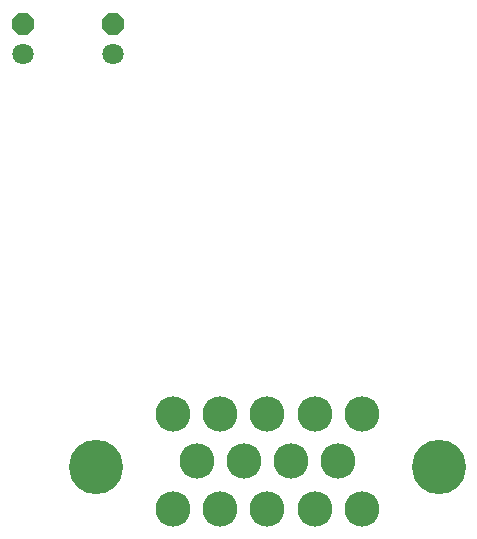
<source format=gbr>
G04 EAGLE Gerber RS-274X export*
G75*
%MOMM*%
%FSLAX34Y34*%
%LPD*%
%INSoldermask Bottom*%
%IPPOS*%
%AMOC8*
5,1,8,0,0,1.08239X$1,22.5*%
G01*
%ADD10C,1.803400*%
%ADD11P,1.951982X8X112.500000*%
%ADD12C,2.978200*%
%ADD13C,4.598200*%


D10*
X736600Y571500D03*
D11*
X736600Y596900D03*
D10*
X812800Y571500D03*
D11*
X812800Y596900D03*
D12*
X863600Y266700D03*
X903600Y266700D03*
X943600Y266700D03*
X983600Y266700D03*
X1023600Y266700D03*
X883600Y226700D03*
X923600Y226700D03*
X963600Y226700D03*
X1003600Y226700D03*
X863600Y186700D03*
X903600Y186700D03*
X943600Y186700D03*
X983600Y186700D03*
X1023600Y186700D03*
D13*
X798600Y221700D03*
X1088600Y221700D03*
M02*

</source>
